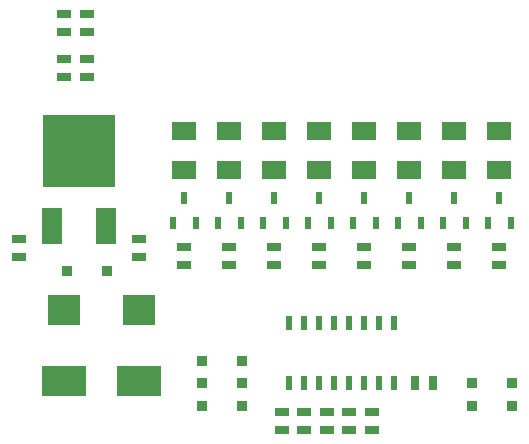
<source format=gtp>
G04 (created by PCBNEW (2013-may-18)-stable) date Wed 22 Oct 2014 04:49:01 PM CEST*
%MOIN*%
G04 Gerber Fmt 3.4, Leading zero omitted, Abs format*
%FSLAX34Y34*%
G01*
G70*
G90*
G04 APERTURE LIST*
%ADD10C,0.00590551*%
%ADD11R,0.1063X0.1004*%
%ADD12R,0.1496X0.1004*%
%ADD13R,0.0236X0.0394*%
%ADD14R,0.0335X0.0335*%
%ADD15R,0.02X0.045*%
%ADD16R,0.08X0.06*%
%ADD17R,0.045X0.025*%
%ADD18R,0.025X0.045*%
%ADD19R,0.065X0.12*%
%ADD20R,0.24X0.24*%
G04 APERTURE END LIST*
G54D10*
G54D11*
X44000Y-23819D03*
G54D12*
X44000Y-26181D03*
G54D13*
X46625Y-20916D03*
X47000Y-20084D03*
X47375Y-20916D03*
X55625Y-20916D03*
X56000Y-20084D03*
X56375Y-20916D03*
X48125Y-20916D03*
X48500Y-20084D03*
X48875Y-20916D03*
X54125Y-20916D03*
X54500Y-20084D03*
X54875Y-20916D03*
X45125Y-20916D03*
X45500Y-20084D03*
X45875Y-20916D03*
X52625Y-20916D03*
X53000Y-20084D03*
X53375Y-20916D03*
X51125Y-20916D03*
X51500Y-20084D03*
X51875Y-20916D03*
X49625Y-20916D03*
X50000Y-20084D03*
X50375Y-20916D03*
G54D14*
X41591Y-22500D03*
X42909Y-22500D03*
G54D15*
X52500Y-24250D03*
X52000Y-24250D03*
X51500Y-24250D03*
X51000Y-24250D03*
X50500Y-24250D03*
X50000Y-24250D03*
X49500Y-24250D03*
X49000Y-24250D03*
X49000Y-26250D03*
X49500Y-26250D03*
X50000Y-26250D03*
X50500Y-26250D03*
X51000Y-26250D03*
X51500Y-26250D03*
X52000Y-26250D03*
X52500Y-26250D03*
G54D16*
X51500Y-19150D03*
X51500Y-17850D03*
X48500Y-19150D03*
X48500Y-17850D03*
X50000Y-19150D03*
X50000Y-17850D03*
X47000Y-19150D03*
X47000Y-17850D03*
X53000Y-19150D03*
X53000Y-17850D03*
X54500Y-19150D03*
X54500Y-17850D03*
X56000Y-19150D03*
X56000Y-17850D03*
X45500Y-19150D03*
X45500Y-17850D03*
G54D17*
X42250Y-16050D03*
X42250Y-15450D03*
X56000Y-21700D03*
X56000Y-22300D03*
X40000Y-21450D03*
X40000Y-22050D03*
X54500Y-21700D03*
X54500Y-22300D03*
X53000Y-21700D03*
X53000Y-22300D03*
X51500Y-21700D03*
X51500Y-22300D03*
X42250Y-14550D03*
X42250Y-13950D03*
X41500Y-16050D03*
X41500Y-15450D03*
X50000Y-21700D03*
X50000Y-22300D03*
X41500Y-14550D03*
X41500Y-13950D03*
G54D18*
X53200Y-26250D03*
X53800Y-26250D03*
G54D17*
X48500Y-21700D03*
X48500Y-22300D03*
X45500Y-21700D03*
X45500Y-22300D03*
X47000Y-21700D03*
X47000Y-22300D03*
G54D19*
X41100Y-21000D03*
G54D20*
X42000Y-18500D03*
G54D19*
X42900Y-21000D03*
G54D11*
X41500Y-23819D03*
G54D12*
X41500Y-26181D03*
G54D17*
X44000Y-21450D03*
X44000Y-22050D03*
G54D14*
X55091Y-27000D03*
X56409Y-27000D03*
X47409Y-27000D03*
X46091Y-27000D03*
X47409Y-25500D03*
X46091Y-25500D03*
X55091Y-26250D03*
X56409Y-26250D03*
X47409Y-26250D03*
X46091Y-26250D03*
G54D17*
X51750Y-27800D03*
X51750Y-27200D03*
X50250Y-27800D03*
X50250Y-27200D03*
X49500Y-27800D03*
X49500Y-27200D03*
X51000Y-27800D03*
X51000Y-27200D03*
X48750Y-27200D03*
X48750Y-27800D03*
M02*

</source>
